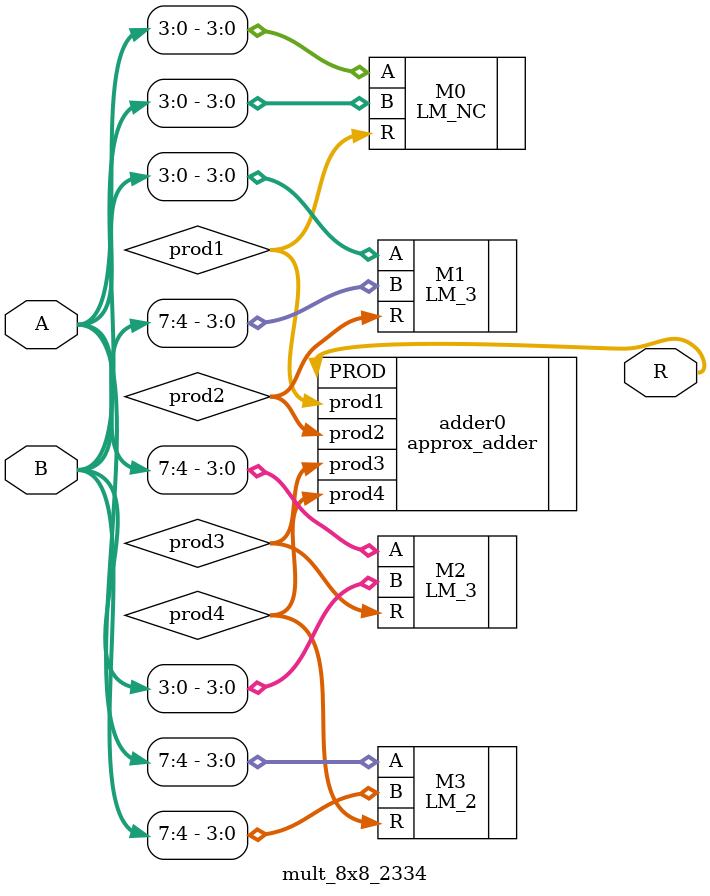
<source format=v>
module mult_8x8_2334(
input [7:0] A,
input [7:0] B,
output [15:0]R
);
wire [7:0]prod1;
wire [7:0]prod2;
wire [7:0]prod3;
wire [7:0]prod4;

LM_NC M0(.A(A[3:0]),.B(B[3:0]),.R(prod1));
LM_3 M1(.A(A[3:0]),.B(B[7:4]),.R(prod2));
LM_3 M2(.A(A[7:4]),.B(B[3:0]),.R(prod3));
LM_2 M3(.A(A[7:4]),.B(B[7:4]),.R(prod4));
approx_adder adder0(.prod1(prod1),.prod2(prod2),.prod3(prod3),.prod4(prod4),.PROD(R));
endmodule

</source>
